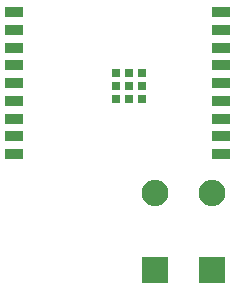
<source format=gbr>
%TF.GenerationSoftware,KiCad,Pcbnew,8.0.4*%
%TF.CreationDate,2024-08-01T02:26:55-04:00*%
%TF.ProjectId,esp32-c3-wroom-socket,65737033-322d-4633-932d-77726f6f6d2d,rev?*%
%TF.SameCoordinates,Original*%
%TF.FileFunction,Paste,Top*%
%TF.FilePolarity,Positive*%
%FSLAX46Y46*%
G04 Gerber Fmt 4.6, Leading zero omitted, Abs format (unit mm)*
G04 Created by KiCad (PCBNEW 8.0.4) date 2024-08-01 02:26:55*
%MOMM*%
%LPD*%
G01*
G04 APERTURE LIST*
%ADD10R,0.700000X0.700000*%
%ADD11R,1.500000X0.900000*%
%ADD12R,2.250000X2.250000*%
%ADD13O,2.250000X2.250000*%
G04 APERTURE END LIST*
D10*
%TO.C,U1*%
X159000000Y-65500000D03*
X157900000Y-65500000D03*
X156800000Y-65500000D03*
X159000000Y-64400000D03*
X157900000Y-64400000D03*
X156800000Y-64400000D03*
X159000000Y-63300000D03*
X157900000Y-63300000D03*
X156800000Y-63300000D03*
D11*
X165690000Y-58200000D03*
X165690000Y-59700000D03*
X165690000Y-61200000D03*
X165690000Y-62700000D03*
X165690000Y-64200000D03*
X165690000Y-65700000D03*
X165690000Y-67200000D03*
X165690000Y-68700000D03*
X165690000Y-70200000D03*
X148190000Y-70200000D03*
X148190000Y-68700000D03*
X148190000Y-67200000D03*
X148190000Y-65700000D03*
X148190000Y-64200000D03*
X148190000Y-62700000D03*
X148190000Y-61200000D03*
X148190000Y-59700000D03*
X148190000Y-58200000D03*
%TD*%
D12*
%TO.C,SW1*%
X160100000Y-80000000D03*
D13*
X160100000Y-73500000D03*
%TD*%
D12*
%TO.C,SW2*%
X164900000Y-80000000D03*
D13*
X164900000Y-73500000D03*
%TD*%
M02*

</source>
